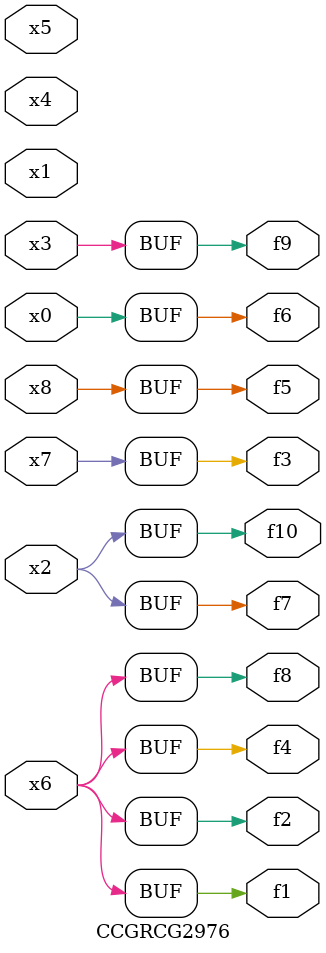
<source format=v>
module CCGRCG2976(
	input x0, x1, x2, x3, x4, x5, x6, x7, x8,
	output f1, f2, f3, f4, f5, f6, f7, f8, f9, f10
);
	assign f1 = x6;
	assign f2 = x6;
	assign f3 = x7;
	assign f4 = x6;
	assign f5 = x8;
	assign f6 = x0;
	assign f7 = x2;
	assign f8 = x6;
	assign f9 = x3;
	assign f10 = x2;
endmodule

</source>
